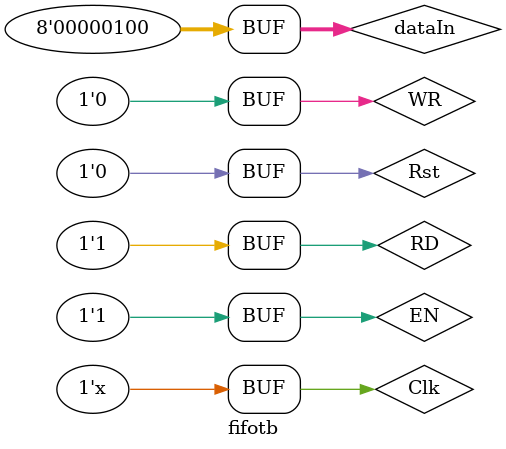
<source format=v>
module fifotb;

 // Inputs

 reg Clk;

 reg [7:0] dataIn;

 reg RD;

 reg WR;

 reg EN;

 reg Rst;

 // Outputs

 wire [7:0] dataOut;

 wire EMPTY;

 wire FULL;

 // Instantiate the Unit Under Test (UUT)

 fifo uut (

                  .Clk(Clk), 

                  .dataIn(dataIn), 

                  .RD(RD), 

                  .WR(WR), 

                  .EN(EN), 

                  .dataOut(dataOut), 

                  .Rst(Rst), 

                  .EMPTY(EMPTY), 

                  .FULL(FULL)

                  );

 initial begin

  // Initialize Inputs

  Clk  = 1'b0;

  dataIn  = 8'h0;

  RD  = 1'b0;

  WR  = 1'b0;

  EN  = 1'b0;

  Rst  = 1'b1;

  // Wait 100 ns for global reset to finish

  #100;        

  // Add stimulus here

  EN  = 1'b1;

  Rst  = 1'b1;

  #20;

  Rst  = 1'b0;

  WR  = 1'b1;

  dataIn  = 8'h0;

  #20;

  dataIn  = 8'h1;

  #20;

  dataIn  = 8'h2;

  #20;

  dataIn  = 8'h3;

  #20;

  dataIn  = 8'h4;

  #20;

  WR = 1'b0;

  RD = 1'b1;  

 end 

   always #10 Clk = ~Clk;    

endmodule

</source>
